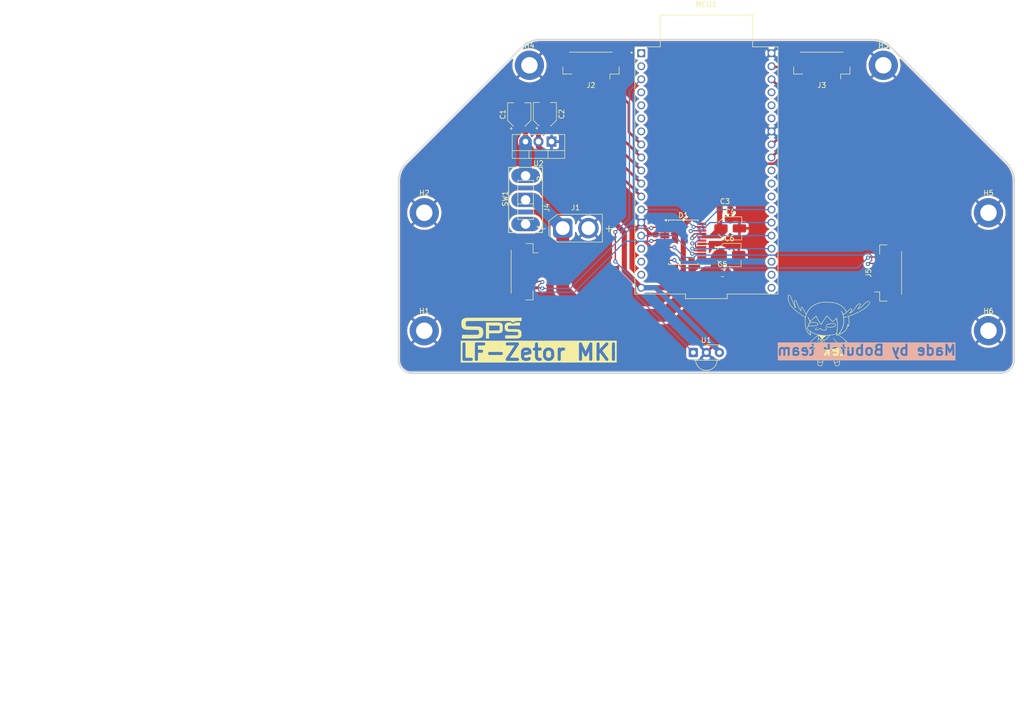
<source format=kicad_pcb>
(kicad_pcb (version 20241229) (generator "pcbnew") (generator_version "9.0")
  (layers (0 "F.Cu" signal) (2 "B.Cu" signal) (13 "F.Paste" user) (15 "B.Paste" user) (5 "F.SilkS" user "F.Silkscreen") (7 "B.SilkS" user "B.Silkscreen") (1 "F.Mask" user) (3 "B.Mask" user) (25 "Edge.Cuts" user))
  (net 0 "")
  (net 1 "GND")
  (net 2 "+5V")
  (net 3 "+12V")
  (net 4 "LM2")
  (net 5 "LM1")
  (net 8 "RM2")
  (net 9 "RM1")
  (net 10 "S_D8")
  (net 11 "S_D1")
  (net 12 "S_D7")
  (net 13 "S_D4")
  (net 14 "S_D6")
  (net 15 "PWM_A")
  (net 16 "S_D3")
  (net 17 "S_D5")
  (net 18 "S_D9")
  (net 19 "D-pin-ESP")
  (net 20 "S_D2")
  (net 21 "PWM_B")
  (net 22 "D.M.C.A.2")
  (net 23 "D.M.C.A.1")
  (net 24 "D.M.C.B.2")
  (net 25 "D.M.C.B.1")
  (footprint "MountingHole:MountingHole_3.2mm_M3_ISO7380_Pad" (layer "F.Cu") (at 204.37 100.775)
    (property "Reference" "H5" (at 0 -3.85 0) (layer "F.SilkS"))
    (property "Value" "MountingHole_Pad")
    (pad "1" thru_hole circle (at 0 0) (size 5.7 5.7) (drill 3.2) (layers "*.Cu" "*.Mask") (net 1 "GND"))
  )
  (footprint "MountingHole:MountingHole_3.2mm_M3_ISO7380_Pad" (layer "F.Cu") (at 94.37 100.775)
    (property "Reference" "H2" (at 0 -3.85 0) (layer "F.SilkS"))
    (property "Value" "MountingHole_Pad")
    (pad "1" thru_hole circle (at 0 0) (size 5.7 5.7) (drill 3.2) (layers "*.Cu" "*.Mask") (net 1 "GND"))
  )
  (footprint "OptoDevice:Vishay_MINICAST-3Pin" (layer "F.Cu") (at 146.829984 128.025)
    (property "Reference" "U1" (at 2.5 -2.4 180) (layer "F.SilkS"))
    (property "Value" "TSOP382xx")
    (pad "1" thru_hole roundrect (at 0 0) (size 1.8 1.8) (drill 0.9) (layers "*.Cu" "*.Mask") (roundrect_rratio 0.139) (net 19 "D-pin-ESP"))
    (pad "2" thru_hole circle (at 2.54 0) (size 1.8 1.8) (drill 0.9) (layers "*.Cu" "*.Mask") (net 1 "GND"))
    (pad "3" thru_hole circle (at 5.08 0) (size 1.8 1.8) (drill 0.9) (layers "*.Cu" "*.Mask") (net 2 "+5V"))
  )
  (footprint "Package_TO_SOT_THT:TO-220-3_Vertical" (layer "F.Cu") (at 119.174479 86.900357 180)
    (property "Reference" "U2" (at 2.54 -4.27 0) (layer "F.SilkS"))
    (property "Value" "LM1086")
    (pad "1" thru_hole rect (at 0 0 180) (size 1.905 2) (drill 1.1) (layers "*.Cu" "*.Mask") (net 1 "GND"))
    (pad "2" thru_hole oval (at 2.54 0 180) (size 1.905 2) (drill 1.1) (layers "*.Cu" "*.Mask") (net 2 "+5V"))
    (pad "3" thru_hole oval (at 5.08 0 180) (size 1.905 2) (drill 1.1) (layers "*.Cu" "*.Mask") (net 3 "+12V"))
  )
  (footprint "Capacitor_SMD:C_0805_2012Metric_Pad1.18x1.45mm_HandSolder" (layer "F.Cu") (at 152.5 112.5)
    (property "Reference" "C5" (at 0 -1.68 0) (layer "F.SilkS"))
    (property "Value" "100nF")
    (pad "1" smd roundrect (at -1.0375 0) (size 1.175 1.45) (layers "F.Cu" "F.Mask" "F.Paste") (roundrect_rratio 0.212766) (net 3 "+12V"))
    (pad "2" smd roundrect (at 1.0375 0) (size 1.175 1.45) (layers "F.Cu" "F.Mask" "F.Paste") (roundrect_rratio 0.212766) (net 1 "GND"))
  )
  (footprint "Capacitor_SMD:CP_Elec_4x5.4" (layer "F.Cu") (at 112.884479 81.595357 90)
    (property "Reference" "C1" (at 0 -3.2 90) (layer "F.SilkS"))
    (property "Value" "10uF")
    (pad "1" smd roundrect (at -1.8 0 90) (size 2.6 1.6) (layers "F.Cu" "F.Mask" "F.Paste") (roundrect_rratio 0.15625) (net 3 "+12V"))
    (pad "2" smd roundrect (at 1.8 0 90) (size 2.6 1.6) (layers "F.Cu" "F.Mask" "F.Paste") (roundrect_rratio 0.15625) (net 1 "GND"))
  )
  (footprint "Capacitor_SMD:CP_Elec_4x5.4" (layer "F.Cu") (at 154.01 103.815)
    (property "Reference" "C4" (at 0 -3.2 0) (layer "F.SilkS"))
    (property "Value" "10uF")
    (pad "1" smd roundrect (at -1.8 0) (size 2.6 1.6) (layers "F.Cu" "F.Mask" "F.Paste") (roundrect_rratio 0.15625) (net 2 "+5V"))
    (pad "2" smd roundrect (at 1.8 0) (size 2.6 1.6) (layers "F.Cu" "F.Mask" "F.Paste") (roundrect_rratio 0.15625) (net 1 "GND"))
  )
  (footprint "lf_zetor_board:MODULE_DEVKIT_V1_ESP32-WROOM-32" (layer "F.Cu") (at 149.37 92.525)
    (property "Reference" "MCU1" (at -0.05 -32.38 0) (layer "F.SilkS"))
    (property "Value" "DEVKIT_V1_ESP32-WROOM-32")
    (pad "1" thru_hole rect (at -12.7 -22.85) (size 1.53 1.53) (drill 1.02) (layers "*.Cu" "*.Mask"))
    (pad "2" thru_hole circle (at -12.7 -20.31) (size 1.53 1.53) (drill 1.02) (layers "*.Cu" "*.Mask"))
    (pad "3" thru_hole circle (at -12.7 -17.77) (size 1.53 1.53) (drill 1.02) (layers "*.Cu" "*.Mask") (net 19 "D-pin-ESP"))
    (pad "4" thru_hole circle (at -12.7 -15.23) (size 1.53 1.53) (drill 1.02) (layers "*.Cu" "*.Mask"))
    (pad "5" thru_hole circle (at -12.7 -12.69) (size 1.53 1.53) (drill 1.02) (layers "*.Cu" "*.Mask"))
    (pad "6" thru_hole circle (at -12.7 -10.15) (size 1.53 1.53) (drill 1.02) (layers "*.Cu" "*.Mask"))
    (pad "7" thru_hole circle (at -12.7 -7.61) (size 1.53 1.53) (drill 1.02) (layers "*.Cu" "*.Mask"))
    (pad "8" thru_hole circle (at -12.7 -5.07) (size 1.53 1.53) (drill 1.02) (layers "*.Cu" "*.Mask") (net 17 "S_D5"))
    (pad "9" thru_hole circle (at -12.7 -2.53) (size 1.53 1.53) (drill 1.02) (layers "*.Cu" "*.Mask") (net 13 "S_D4"))
    (pad "10" thru_hole circle (at -12.7 0.01) (size 1.53 1.53) (drill 1.02) (layers "*.Cu" "*.Mask") (net 16 "S_D3"))
    (pad "11" thru_hole circle (at -12.7 2.55) (size 1.53 1.53) (drill 1.02) (layers "*.Cu" "*.Mask") (net 20 "S_D2"))
    (pad "12" thru_hole circle (at -12.7 5.09) (size 1.53 1.53) (drill 1.02) (layers "*.Cu" "*.Mask") (net 11 "S_D1"))
    (pad "13" thru_hole circle (at -12.7 7.63) (size 1.53 1.53) (drill 1.02) (layers "*.Cu" "*.Mask") (net 15 "PWM_A"))
    (pad "14" thru_hole circle (at -12.7 10.17) (size 1.53 1.53) (drill 1.02) (layers "*.Cu" "*.Mask") (net 1 "GND"))
    (pad "15" thru_hole circle (at -12.7 12.71) (size 1.53 1.53) (drill 1.02) (layers "*.Cu" "*.Mask") (net 21 "PWM_B"))
    (pad "16" thru_hole circle (at -12.7 15.25) (size 1.53 1.53) (drill 1.02) (layers "*.Cu" "*.Mask"))
    (pad "17" thru_hole circle (at -12.7 17.79) (size 1.53 1.53) (drill 1.02) (layers "*.Cu" "*.Mask"))
    (pad "18" thru_hole circle (at -12.7 20.33) (size 1.53 1.53) (drill 1.02) (layers "*.Cu" "*.Mask"))
    (pad "19" thru_hole circle (at -12.7 22.87) (size 1.53 1.53) (drill 1.02) (layers "*.Cu" "*.Mask") (net 2 "+5V"))
    (pad "20" thru_hole circle (at 12.7 22.87) (size 1.53 1.53) (drill 1.02) (layers "*.Cu" "*.Mask"))
    (pad "21" thru_hole circle (at 12.7 20.33) (size 1.53 1.53) (drill 1.02) (layers "*.Cu" "*.Mask"))
    (pad "22" thru_hole circle (at 12.7 17.79) (size 1.53 1.53) (drill 1.02) (layers "*.Cu" "*.Mask"))
    (pad "23" thru_hole circle (at 12.7 15.25) (size 1.53 1.53) (drill 1.02) (layers "*.Cu" "*.Mask") (net 24 "D.M.C.B.2"))
    (pad "24" thru_hole circle (at 12.7 12.71) (size 1.53 1.53) (drill 1.02) (layers "*.Cu" "*.Mask") (net 25 "D.M.C.B.1"))
    (pad "25" thru_hole circle (at 12.7 10.17) (size 1.53 1.53) (drill 1.02) (layers "*.Cu" "*.Mask") (net 23 "D.M.C.A.1"))
    (pad "26" thru_hole circle (at 12.7 7.63) (size 1.53 1.53) (drill 1.02) (layers "*.Cu" "*.Mask") (net 22 "D.M.C.A.2"))
    (pad "27" thru_hole circle (at 12.7 5.09) (size 1.53 1.53) (drill 1.02) (layers "*.Cu" "*.Mask"))
    (pad "28" thru_hole circle (at 12.7 2.55) (size 1.53 1.53) (drill 1.02) (layers "*.Cu" "*.Mask"))
    (pad "29" thru_hole circle (at 12.7 0.01) (size 1.53 1.53) (drill 1.02) (layers "*.Cu" "*.Mask"))
    (pad "30" thru_hole circle (at 12.7 -2.53) (size 1.53 1.53) (drill 1.02) (layers "*.Cu" "*.Mask") (net 18 "S_D9"))
    (pad "31" thru_hole circle (at 12.7 -5.07) (size 1.53 1.53) (drill 1.02) (layers "*.Cu" "*.Mask") (net 10 "S_D8"))
    (pad "32" thru_hole circle (at 12.7 -7.61) (size 1.53 1.53) (drill 1.02) (layers "*.Cu" "*.Mask") (net 1 "GND"))
    (pad "33" thru_hole circle (at 12.7 -10.15) (size 1.53 1.53) (drill 1.02) (layers "*.Cu" "*.Mask"))
    (pad "34" thru_hole circle (at 12.7 -12.69) (size 1.53 1.53) (drill 1.02) (layers "*.Cu" "*.Mask"))
    (pad "35" thru_hole circle (at 12.7 -15.23) (size 1.53 1.53) (drill 1.02) (layers "*.Cu" "*.Mask"))
    (pad "36" thru_hole circle (at 12.7 -17.77) (size 1.53 1.53) (drill 1.02) (layers "*.Cu" "*.Mask") (net 12 "S_D7"))
    (pad "37" thru_hole circle (at 12.7 -20.31) (size 1.53 1.53) (drill 1.02) (layers "*.Cu" "*.Mask") (net 14 "S_D6"))
    (pad "38" thru_hole circle (at 12.7 -22.85) (size 1.53 1.53) (drill 1.02) (layers "*.Cu" "*.Mask") (net 1 "GND"))
  )
  (footprint "lf_zetor_graphic:SHIKANOKO_IMG" (layer "F.Cu") (at 172.972192 122.54899)
    (property "Reference" "G***" (hide yes))
    (property "Value" "LOGO" (hide yes))
  )
  (footprint "MountingHole:MountingHole_3.2mm_M3_ISO7380_Pad" (layer "F.Cu") (at 114.87 72.025)
    (property "Reference" "H4" (at 0 -3.85 0) (layer "F.SilkS"))
    (property "Value" "MountingHole_Pad")
    (pad "1" thru_hole circle (at 0 0) (size 5.7 5.7) (drill 3.2) (layers "*.Cu" "*.Mask") (net 1 "GND"))
  )
  (footprint "Connector_AMASS:AMASS_XT30U-F_1x02_P5.0mm_Vertical" (layer "F.Cu") (at 121.37 103.775)
    (property "Reference" "J1" (at 2.5 -4 0) (layer "F.SilkS"))
    (property "Value" "Conn_01x02_Pin")
    (fp_text user "+" (at 9 0 0) (layer "F.SilkS") (effects (font (size 1.5 1.5))))
    (fp_text user "-" (at -4 0 0) (layer "F.SilkS") (effects (font (size 1.5 1.5))))
    (pad "1" thru_hole roundrect (at 0 0) (size 3.8 3.8) (drill 2.7) (layers "*.Cu" "*.Mask") (roundrect_rratio 0.2) (net 3 "+12V"))
    (pad "2" thru_hole circle (at 5 0) (size 4 4) (drill 2.7) (layers "*.Cu" "*.Mask") (net 1 "GND"))
  )
  (footprint "Connector_JST:JST_GH_SM06B-GHS-TB_1x06-1MP_P1.25mm_Horizontal" (layer "F.Cu") (at 171.87 72.025 180)
    (property "Reference" "J3" (at 0 -3.9 0) (layer "F.SilkS"))
    (property "Value" "Conn_01x06_Pin")
    (pad "1" smd roundrect (at -3.125 -1.85 180) (size 0.6 1.7) (layers "F.Cu" "F.Mask" "F.Paste") (net 2 "+5V"))
    (pad "2" smd roundrect (at -1.875 -1.85 180) (size 0.6 1.7) (layers "F.Cu" "F.Mask" "F.Paste") (net 18 "S_D9"))
    (pad "3" smd roundrect (at -0.625 -1.85 180) (size 0.6 1.7) (layers "F.Cu" "F.Mask" "F.Paste") (net 10 "S_D8"))
    (pad "4" smd roundrect (at 0.625 -1.85 180) (size 0.6 1.7) (layers "F.Cu" "F.Mask" "F.Paste") (net 12 "S_D7"))
    (pad "5" smd roundrect (at 1.875 -1.85 180) (size 0.6 1.7) (layers "F.Cu" "F.Mask" "F.Paste") (net 14 "S_D6"))
    (pad "6" smd roundrect (at 3.125 -1.85 180) (size 0.6 1.7) (layers "F.Cu" "F.Mask" "F.Paste") (net 1 "GND"))
    (pad "MP" smd roundrect (at -4.975 1.35 180) (size 1 2.7) (layers "F.Cu" "F.Mask" "F.Paste"))
    (pad "MP" smd roundrect (at 4.975 1.35 180) (size 1 2.7) (layers "F.Cu" "F.Mask" "F.Paste"))
  )
  (footprint "Capacitor_SMD:CP_Elec_4x5.4" (layer "F.Cu") (at 153.87 109)
    (property "Reference" "C6" (at 0 -3.2 0) (layer "F.SilkS"))
    (property "Value" "10uF")
    (pad "1" smd roundrect (at -1.8 0) (size 2.6 1.6) (layers "F.Cu" "F.Mask" "F.Paste") (roundrect_rratio 0.15625) (net 3 "+12V"))
    (pad "2" smd roundrect (at 1.8 0) (size 2.6 1.6) (layers "F.Cu" "F.Mask" "F.Paste") (roundrect_rratio 0.15625) (net 1 "GND"))
  )
  (footprint "MountingHole:MountingHole_3.2mm_M3_ISO7380_Pad" (layer "F.Cu") (at 183.87 72.025)
    (property "Reference" "H3" (at 0 -3.85 0) (layer "F.SilkS"))
    (property "Value" "MountingHole_Pad")
    (pad "1" thru_hole circle (at 0 0) (size 5.7 5.7) (drill 3.2) (layers "*.Cu" "*.Mask") (net 1 "GND"))
  )
  (footprint "MountingHole:MountingHole_3.2mm_M3_ISO7380_Pad" (layer "F.Cu") (at 204.37 123.775)
    (property "Reference" "H6" (at 0 -3.85 0) (layer "F.SilkS"))
    (property "Value" "MountingHole_Pad")
    (pad "1" thru_hole circle (at 0 0) (size 5.7 5.7) (drill 3.2) (layers "*.Cu" "*.Mask") (net 1 "GND"))
  )
  (footprint "Capacitor_SMD:C_0805_2012Metric_Pad1.18x1.45mm_HandSolder" (layer "F.Cu") (at 153 100.25)
    (property "Reference" "C3" (at 0 -1.68 0) (layer "F.SilkS"))
    (property "Value" "100nF")
    (pad "1" smd roundrect (at -1.0375 0) (size 1.175 1.45) (layers "F.Cu" "F.Mask" "F.Paste") (roundrect_rratio 0.212766) (net 2 "+5V"))
    (pad "2" smd roundrect (at 1.0375 0) (size 1.175 1.45) (layers "F.Cu" "F.Mask" "F.Paste") (roundrect_rratio 0.212766) (net 1 "GND"))
  )
  (footprint "Connector_JST:JST_GH_SM06B-GHS-TB_1x06-1MP_P1.25mm_Horizontal" (layer "F.Cu") (at 113.87 112.275 -90)
    (property "Reference" "J4" (at -12.5 -4.4 90) (layer "F.SilkS"))
    (property "Value" "Conn_01x06_Pin")
    (pad "1" smd roundrect (at -3.125 -1.85 270) (size 0.6 1.7) (layers "F.Cu" "F.Mask" "F.Paste"))
    (pad "2" smd roundrect (at -1.875 -1.85 270) (size 0.6 1.7) (layers "F.Cu" "F.Mask" "F.Paste"))
    (pad "3" smd roundrect (at -0.625 -1.85 270) (size 0.6 1.7) (layers "F.Cu" "F.Mask" "F.Paste"))
    (pad "4" smd roundrect (at 0.625 -1.85 270) (size 0.6 1.7) (layers "F.Cu" "F.Mask" "F.Paste"))
    (pad "5" smd roundrect (at 1.875 -1.85 270) (size 0.6 1.7) (layers "F.Cu" "F.Mask" "F.Paste") (net 4 "LM2"))
    (pad "6" smd roundrect (at 3.125 -1.85 270) (size 0.6 1.7) (layers "F.Cu" "F.Mask" "F.Paste") (net 5 "LM1"))
    (pad "MP" smd roundrect (at -4.975 1.35 270) (size 1 2.7) (layers "F.Cu" "F.Mask" "F.Paste"))
    (pad "MP" smd roundrect (at 4.975 1.35 270) (size 1 2.7) (layers "F.Cu" "F.Mask" "F.Paste"))
  )
  (footprint "lf_zetor_graphic:SPS_LOGO_IMG" (layer "F.Cu") (at 107.25 123)
    (property "Reference" "G***" (hide yes))
    (property "Value" "LOGO" (hide yes))
  )
  (footprint "Capacitor_SMD:CP_Elec_4x5.4" (layer "F.Cu") (at 117.884479 81.545357 90)
    (property "Reference" "C2" (at 0 3.25 90) (layer "F.SilkS"))
    (property "Value" "10uF")
    (pad "1" smd roundrect (at -1.8 0 90) (size 2.6 1.6) (layers "F.Cu" "F.Mask" "F.Paste") (roundrect_rratio 0.15625) (net 2 "+5V"))
    (pad "2" smd roundrect (at 1.8 0 90) (size 2.6 1.6) (layers "F.Cu" "F.Mask" "F.Paste") (roundrect_rratio 0.15625) (net 1 "GND"))
  )
  (footprint "Connector_JST:JST_GH_SM06B-GHS-TB_1x06-1MP_P1.25mm_Horizontal" (layer "F.Cu") (at 184.87 112.525 90)
    (property "Reference" "J5" (at 0 -3.9 90) (layer "F.SilkS"))
    (property "Value" "Conn_01x06_Pin")
    (pad "1" smd roundrect (at -3.125 -1.85 90) (size 0.6 1.7) (layers "F.Cu" "F.Mask" "F.Paste"))
    (pad "2" smd roundrect (at -1.875 -1.85 90) (size 0.6 1.7) (layers "F.Cu" "F.Mask" "F.Paste"))
    (pad "3" smd roundrect (at -0.625 -1.85 90) (size 0.6 1.7) (layers "F.Cu" "F.Mask" "F.Paste"))
    (pad "4" smd roundrect (at 0.625 -1.85 90) (size 0.6 1.7) (layers "F.Cu" "F.Mask" "F.Paste"))
    (pad "5" smd roundrect (at 1.875 -1.85 90) (size 0.6 1.7) (layers "F.Cu" "F.Mask" "F.Paste") (net 8 "RM2"))
    (pad "6" smd roundrect (at 3.125 -1.85 90) (size 0.6 1.7) (layers "F.Cu" "F.Mask" "F.Paste") (net 9 "RM1"))
    (pad "MP" smd roundrect (at -4.975 1.35 90) (size 1 2.7) (layers "F.Cu" "F.Mask" "F.Paste"))
    (pad "MP" smd roundrect (at 4.975 1.35 90) (size 1 2.7) (layers "F.Cu" "F.Mask" "F.Paste"))
  )
  (footprint "Package_SO:SSOP-24_5.3x8.2mm_P0.65mm" (layer "F.Cu") (at 144.87 106.525)
    (property "Reference" "D1" (at 0 -5.25 0) (layer "F.SilkS"))
    (property "Value" "TB6612FNG")
    (pad "1" smd rect (at -3.6 -3.575) (size 1.75 0.45) (layers "F.Cu" "F.Mask" "F.Paste") (net 5 "LM1"))
    (pad "2" smd rect (at -3.6 -2.925) (size 1.75 0.45) (layers "F.Cu" "F.Mask" "F.Paste") (net 5 "LM1"))
    (pad "3" smd rect (at -3.6 -2.275) (size 1.75 0.45) (layers "F.Cu" "F.Mask" "F.Paste") (net 1 "GND"))
    (pad "4" smd rect (at -3.6 -1.625) (size 1.75 0.45) (layers "F.Cu" "F.Mask" "F.Paste") (net 1 "GND"))
    (pad "5" smd rect (at -3.6 -0.975) (size 1.75 0.45) (layers "F.Cu" "F.Mask" "F.Paste") (net 4 "LM2"))
    (pad "6" smd rect (at -3.6 -0.325) (size 1.75 0.45) (layers "F.Cu" "F.Mask" "F.Paste") (net 4 "LM2"))
    (pad "7" smd rect (at -3.6 0.325) (size 1.75 0.45) (layers "F.Cu" "F.Mask" "F.Paste") (net 8 "RM2"))
    (pad "8" smd rect (at -3.6 0.975) (size 1.75 0.45) (layers "F.Cu" "F.Mask" "F.Paste") (net 8 "RM2"))
    (pad "9" smd rect (at -3.6 1.625) (size 1.75 0.45) (layers "F.Cu" "F.Mask" "F.Paste") (net 1 "GND"))
    (pad "10" smd rect (at -3.6 2.275) (size 1.75 0.45) (layers "F.Cu" "F.Mask" "F.Paste") (net 1 "GND"))
    (pad "11" smd rect (at -3.6 2.925) (size 1.75 0.45) (layers "F.Cu" "F.Mask" "F.Paste") (net 9 "RM1"))
    (pad "12" smd rect (at -3.6 3.575) (size 1.75 0.45) (layers "F.Cu" "F.Mask" "F.Paste") (net 9 "RM1"))
    (pad "13" smd rect (at 3.6 3.575) (size 1.75 0.45) (layers "F.Cu" "F.Mask" "F.Paste") (net 3 "+12V"))
    (pad "14" smd rect (at 3.6 2.925) (size 1.75 0.45) (layers "F.Cu" "F.Mask" "F.Paste") (net 3 "+12V"))
    (pad "15" smd rect (at 3.6 2.275) (size 1.75 0.45) (layers "F.Cu" "F.Mask" "F.Paste") (net 21 "PWM_B"))
    (pad "16" smd rect (at 3.6 1.625) (size 1.75 0.45) (layers "F.Cu" "F.Mask" "F.Paste") (net 24 "D.M.C.B.2"))
    (pad "17" smd rect (at 3.6 0.975) (size 1.75 0.45) (layers "F.Cu" "F.Mask" "F.Paste") (net 25 "D.M.C.B.1"))
    (pad "18" smd rect (at 3.6 0.325) (size 1.75 0.45) (layers "F.Cu" "F.Mask" "F.Paste") (net 1 "GND"))
    (pad "19" smd rect (at 3.6 -0.325) (size 1.75 0.45) (layers "F.Cu" "F.Mask" "F.Paste"))
    (pad "20" smd rect (at 3.6 -0.975) (size 1.75 0.45) (layers "F.Cu" "F.Mask" "F.Paste") (net 2 "+5V"))
    (pad "21" smd rect (at 3.6 -1.625) (size 1.75 0.45) (layers "F.Cu" "F.Mask" "F.Paste") (net 23 "D.M.C.A.1"))
    (pad "22" smd rect (at 3.6 -2.275) (size 1.75 0.45) (layers "F.Cu" "F.Mask" "F.Paste") (net 22 "D.M.C.A.2"))
    (pad "23" smd rect (at 3.6 -2.925) (size 1.75 0.45) (layers "F.Cu" "F.Mask" "F.Paste") (net 15 "PWM_A"))
    (pad "24" smd rect (at 3.6 -3.575) (size 1.75 0.45) (layers "F.Cu" "F.Mask" "F.Paste") (net 3 "+12V"))
  )
  (footprint "lf_zetor_board:255SB" (layer "F.Cu") (at 114.12 98.275 90)
    (property "Reference" "SW1" (at 0.25 -4 90) (layer "F.SilkS"))
    (property "Value" "SL19")
    (fp_text user "1" (at -5.207 2.794 90) (layer "F.SilkS"))
    (fp_text user "2" (at 4.191 2.794 90) (layer "F.SilkS"))
    (pad "1" thru_hole oval (at -4.7 0 90) (size 2.775 5.55) (drill 1.85) (layers "*.Cu" "*.Mask"))
    (pad "2" thru_hole oval (at 0 0 90) (size 2.775 5.55) (drill 1.85) (layers "*.Cu" "*.Mask") (net 3 "+12V"))
    (pad "3" thru_hole oval (at 4.7 0 90) (size 2.775 5.55) (drill 1.85) (layers "*.Cu" "*.Mask") (net 3 "+12V"))
  )
  (footprint "Connector_JST:JST_GH_SM06B-GHS-TB_1x06-1MP_P1.25mm_Horizontal" (layer "F.Cu") (at 126.87 72.025 180)
    (property "Reference" "J2" (at 0 -3.9 0) (layer "F.SilkS"))
    (property "Value" "Conn_01x06_Pin")
    (pad "1" smd roundrect (at -3.125 -1.85 180) (size 0.6 1.7) (layers "F.Cu" "F.Mask" "F.Paste") (net 17 "S_D5"))
    (pad "2" smd roundrect (at -1.875 -1.85 180) (size 0.6 1.7) (layers "F.Cu" "F.Mask" "F.Paste") (net 13 "S_D4"))
    (pad "3" smd roundrect (at -0.625 -1.85 180) (size 0.6 1.7) (layers "F.Cu" "F.Mask" "F.Paste") (net 16 "S_D3"))
    (pad "4" smd roundrect (at 0.625 -1.85 180) (size 0.6 1.7) (layers "F.Cu" "F.Mask" "F.Paste") (net 20 "S_D2"))
    (pad "5" smd roundrect (at 1.875 -1.85 180) (size 0.6 1.7) (layers "F.Cu" "F.Mask" "F.Paste") (net 11 "S_D1"))
    (pad "6" smd roundrect (at 3.125 -1.85 180) (size 0.6 1.7) (layers "F.Cu" "F.Mask" "F.Paste") (net 1 "GND"))
    (pad "MP" smd roundrect (at -4.975 1.35 180) (size 1 2.7) (layers "F.Cu" "F.Mask" "F.Paste"))
    (pad "MP" smd roundrect (at 4.975 1.35 180) (size 1 2.7) (layers "F.Cu" "F.Mask" "F.Paste"))
  )
  (footprint "MountingHole:MountingHole_3.2mm_M3_ISO7380_Pad" (layer "F.Cu") (at 94.37 123.775)
    (property "Reference" "H1" (at 0 -3.85 0) (layer "F.SilkS"))
    (property "Value" "MountingHole_Pad")
    (pad "1" thru_hole circle (at 0 0) (size 5.7 5.7) (drill 3.2) (layers "*.Cu" "*.Mask") (net 1 "GND"))
  )
  (gr_arc (start 113.40555 68.48945) (mid 115.027649 67.405592) (end 116.941068 67.025) (stroke (width 0.3)) (layer "Edge.Cuts"))
  (gr_line (start 209.37 94.596068) (end 209.37 129.525) (stroke (width 0.3)) (layer "Edge.Cuts"))
  (gr_arc (start 181.7989 67.025) (mid 183.712342 67.405613) (end 185.347967 68.502967) (stroke (width 0.3)) (layer "Edge.Cuts"))
  (gr_line (start 90.83451 91.06049) (end 113.40555 68.48945) (stroke (width 0.3)) (layer "Edge.Cuts"))
  (gr_line (start 185.347967 68.502967) (end 207.90555 91.06055) (stroke (width 0.3)) (layer "Edge.Cuts"))
  (gr_arc (start 89.37 94.59613) (mid 89.750613 92.682658) (end 90.83451 91.06049) (stroke (width 0.3)) (layer "Edge.Cuts"))
  (gr_arc (start 207.90555 91.06055) (mid 208.989408 92.682649) (end 209.37 94.596068) (stroke (width 0.3)) (layer "Edge.Cuts"))
  (gr_arc (start 209.37 129.525) (mid 208.637767 131.292767) (end 206.87 132.025) (stroke (width 0.3)) (layer "Edge.Cuts"))
  (gr_line (start 116.941068 67.025) (end 181.7989 67.025) (stroke (width 0.3)) (layer "Edge.Cuts"))
  (gr_arc (start 91.87 132.025) (mid 90.102233 131.292767) (end 89.37 129.525) (stroke (width 0.3)) (layer "Edge.Cuts"))
  (gr_line (start 206.87 132.025) (end 91.87 132.025) (stroke (width 0.3)) (layer "Edge.Cuts"))
  (gr_line (start 89.37 129.525) (end 89.37 94.59613) (stroke (width 0.3)) (layer "Edge.Cuts"))
  (gr_text "LF-Zetor MKI" (at 101 129.75 0) (layer "F.SilkS" knockout) (effects (font (size 3 3) (thickness 0.6) (bold yes)) (justify left bottom)))
  (gr_text "Made by Bobutek team" (at 198.25 128.75 0) (layer "B.SilkS" knockout) (effects (font (size 2 2) (thickness 0.4) (bold yes)) (justify left bottom mirror)))
  (segment (start 137.98164 104.16336) (end 137.894 104.251) (width 0.25) (layer "F.Cu") (net 1))
  (segment (start 136.67 102.85172) (end 136.67 102.695) (width 0.25) (layer "F.Cu") (net 1))
  (segment (start 141.27 108.15) (end 141.27 108.8) (width 0.25) (layer "F.Cu") (net 1))
  (segment (start 148.47 106.85) (end 153.52 106.85) (width 0.25) (layer "F.Cu") (net 1))
  (segment (start 137.894 106.57572) (end 139.46828 108.15) (width 0.25) (layer "F.Cu") (net 1))
  (segment (start 141.27 104.9) (end 138.71828 104.9) (width 0.25) (layer "F.Cu") (net 1))
  (segment (start 137.98164 104.16336) (end 136.67 102.85172) (width 0.25) (layer "F.Cu") (net 1))
  (segment (start 138.71828 104.9) (end 137.98164 104.16336) (width 0.25) (layer "F.Cu") (net 1))
  (segment (start 153.52 106.85) (end 155.67 109) (width 0.25) (layer "F.Cu") (net 1))
  (segment (start 141.27 104.25) (end 141.27 104.9) (width 0.25) (layer "F.Cu") (net 1))
  (segment (start 137.894 104.251) (end 137.894 106.57572) (width 0.25) (layer "F.Cu") (net 1))
  (segment (start 139.46828 108.15) (end 141.27 108.15) (width 0.25) (layer "F.Cu") (net 1))
  (segment (start 116.634479 86.900357) (end 116.634479 84.595357) (width 1) (layer "F.Cu") (net 2))
  (segment (start 116.634479 87.884479) (end 133.37 104.62) (width 1) (layer "F.Cu") (net 2))
  (segment (start 152 100.2125) (end 151.9625 100.25) (width 0.2) (layer "F.Cu") (net 2))
  (segment (start 159.539 91.211) (end 162.573684 91.211) (width 0.5) (layer "F.Cu") (net 2))
  (segment (start 151.9625 103.5675) (end 152.21 103.815) (width 1) (layer "F.Cu") (net 2))
  (segment (start 152 103.605) (end 152.22 103.825) (width 1) (layer "F.Cu") (net 2))
  (segment (start 152 98.75) (end 152 100.2125) (width 1) (layer "F.Cu") (net 2))
  (segment (start 116.634479 86.900357) (end 116.634479 87.884479) (width 1) (layer "F.Cu") (net 2))
  (segment (start 136.67 115.395) (end 141.5 115.395) (width 1) (layer "F.Cu") (net 2))
  (segment (start 116.634479 84.595357) (end 117.884479 83.345357) (width 1) (layer "F.Cu") (net 2))
  (segment (start 152 98.75) (end 159.539 91.211) (width 0.5) (layer "F.Cu") (net 2))
  (segment (start 144.87 103.275) (end 149.395 98.75) (width 1) (layer "F.Cu") (net 2))
  (segment (start 162.573684 91.211) (end 174.995 78.789684) (width 0.5) (layer "F.Cu") (net 2))
  (segment (start 149.395 98.75) (end 152 98.75) (width 1) (layer "F.Cu") (net 2))
  (segment (start 174.995 78.789684) (end 174.995 73.875) (width 0.5) (layer "F.Cu") (net 2))
  (segment (start 133.37 104.62) (end 133.37 112.095) (width 1) (layer "F.Cu") (net 2))
  (segment (start 151.9625 100.25) (end 151.9625 103.5675) (width 1) (layer "F.Cu") (net 2))
  (segment (start 133.37 112.095) (end 136.67 115.395) (width 1) (layer "F.Cu") (net 2))
  (segment (start 144.87 112.025) (end 144.87 103.275) (width 1) (layer "F.Cu") (net 2))
  (segment (start 141.5 115.395) (end 144.87 112.025) (width 1) (layer "F.Cu") (net 2))
  (segment (start 139.49 115.395) (end 151.909984 127.814984) (width 1) (layer "B.Cu") (net 2))
  (segment (start 136.67 115.395) (end 139.49 115.395) (width 1) (layer "B.Cu") (net 2))
  (segment (start 151.909984 127.814984) (end 151.909984 128.025) (width 1) (layer "B.Cu") (net 2))
  (segment (start 126.37 120.775) (end 141.12 120.775) (width 2.5) (layer "F.Cu") (net 3))
  (segment (start 151.4625 112.5) (end 151.4625 109.6075) (width 2.5) (layer "F.Cu") (net 3))
  (segment (start 149.395 112.5) (end 151.4625 112.5) (width 2.5) (layer "F.Cu") (net 3))
  (segment (start 151.4625 109.6075) (end 152.07 109) (width 2.5) (layer "F.Cu") (net 3))
  (segment (start 150.97 110.1) (end 151.4625 109.6075) (width 1) (layer "F.Cu") (net 3))
  (segment (start 121.37 103.775) (end 121.37 115.775) (width 2.5) (layer "F.Cu") (net 3))
  (segment (start 141.12 120.775) (end 149.395 112.5) (width 2.5) (layer "F.Cu") (net 3))
  (segment (start 148.47 110.1) (end 150.97 110.1) (width 1) (layer "F.Cu") (net 3))
  (segment (start 114.094479 86.900357) (end 114.094479 84.605357) (width 1) (layer "F.Cu") (net 3))
  (segment (start 114.094479 84.605357) (end 112.884479 83.395357) (width 1) (layer "F.Cu") (net 3))
  (segment (start 121.37 115.775) (end 126.37 120.775) (width 2.5) (layer "F.Cu") (net 3))
  (segment (start 115.87 98.275) (end 114.12 98.275) (width 2.5) (layer "B.Cu") (net 3))
  (segment (start 116.62 98.275) (end 114.12 98.275) (width 0.25) (layer "B.Cu") (net 3))
  (segment (start 121.37 103.775) (end 115.87 98.275) (width 2.5) (layer "B.Cu") (net 3))
  (segment (start 114.12 93.575) (end 114.094479 93.549479) (width 2.5) (layer "B.Cu") (net 3))
  (segment (start 114.094479 93.549479) (end 114.094479 86.900357) (width 2.5) (layer "B.Cu") (net 3))
  (segment (start 141.27 106.2) (end 141.27 105.55) (width 0.25) (layer "F.Cu") (net 4))
  (segment (start 115.72 114.15) (end 117.245 114.15) (width 0.25) (layer "F.Cu") (net 4))
  (segment (start 138.695 106.2) (end 141.27 106.2) (width 0.25) (layer "F.Cu") (net 4))
  (segment (start 117.245 114.15) (end 117.37 114.275) (width 0.25) (layer "F.Cu") (net 4))
  (segment (start 138.62 106.275) (end 138.695 106.2) (width 0.25) (layer "F.Cu") (net 4))
  (via (at 138.62 106.275) (size 0.8) (drill 0.4) (layers "F.Cu" "B.Cu") (net 4))
  (via (at 117.37 114.275) (size 0.8) (drill 0.4) (layers "F.Cu" "B.Cu") (net 4))
  (segment (start 117.37 114.275) (end 116.644 115.001) (width 0.25) (layer "B.Cu") (net 4))
  (segment (start 123.644 116.251) (end 133.569 106.326) (width 0.25) (layer "B.Cu") (net 4))
  (segment (start 117.06928 116.251) (end 123.644 116.251) (width 0.25) (layer "B.Cu") (net 4))
  (segment (start 116.644 115.82572) (end 117.06928 116.251) (width 0.25) (layer "B.Cu") (net 4))
  (segment (start 133.569 106.326) (end 138.569 106.326) (width 0.25) (layer "B.Cu") (net 4))
  (segment (start 116.644 115.001) (end 116.644 115.82572) (width 0.25) (layer "B.Cu") (net 4))
  (segment (start 138.569 106.326) (end 138.62 106.275) (width 0.25) (layer "B.Cu") (net 4))
  (segment (start 138.62 103.775) (end 138.795 103.6) (width 0.25) (layer "F.Cu") (net 5))
  (segment (start 117.245 115.4) (end 117.37 115.525) (width 0.25) (layer "F.Cu") (net 5))
  (segment (start 138.795 103.6) (end 141.27 103.6) (width 0.25) (layer "F.Cu") (net 5))
  (segment (start 141.27 103.6) (end 141.27 102.95) (width 0.25) (layer "F.Cu") (net 5))
  (segment (start 115.72 115.4) (end 117.245 115.4) (width 0.25) (layer "F.Cu") (net 5))
  (via (at 117.37 115.525) (size 0.8) (drill 0.4) (layers "F.Cu" "B.Cu") (net 5))
  (via (at 138.62 103.775) (size 0.8) (drill 0.4) (layers "F.Cu" "B.Cu") (net 5))
  (segment (start 134.609 103.786) (end 138.609 103.786) (width 0.25) (layer "B.Cu") (net 5))
  (segment (start 138.609 103.786) (end 138.62 103.775) (width 0.25) (layer "B.Cu") (net 5))
  (segment (start 117.37 115.525) (end 122.87 115.525) (width 0.25) (layer "B.Cu") (net 5))
  (segment (start 122.87 115.525) (end 134.609 103.786) (width 0.25) (layer "B.Cu") (net 5))
  (segment (start 180.995 110.65) (end 180.87 110.775) (width 0.25) (layer "F.Cu") (net 8))
  (segment (start 141.27 107.5) (end 141.27 106.85) (width 0.25) (layer "F.Cu") (net 8))
  (segment (start 143.12 107.525) (end 141.295 107.525) (width 0.25) (layer "F.Cu") (net 8))
  (segment (start 183.02 110.65) (end 180.995 110.65) (width 0.25) (layer "F.Cu") (net 8))
  (segment (start 141.295 107.525) (end 141.27 107.5) (width 0.25) (layer "F.Cu") (net 8))
  (via (at 180.87 110.775) (size 0.8) (drill 0.4) (layers "F.Cu" "B.Cu") (net 8))
  (via (at 143.12 107.525) (size 0.8) (drill 0.4) (layers "F.Cu" "B.Cu") (net 8))
  (segment (start 147.39672 109.025) (end 146.92072 109.501) (width 0.25) (layer "B.Cu") (net 8))
  (segment (start 181.596 110.049) (end 181.596 109.22428) (width 0.25) (layer "B.Cu") (net 8))
  (segment (start 181.17072 108.799) (end 180.346 108.799) (width 0.25) (layer "B.Cu") (net 8))
  (segment (start 145.096 109.501) (end 143.12 107.525) (width 0.25) (layer "B.Cu") (net 8))
  (segment (start 180.346 108.799) (end 180.12 109.025) (width 0.25) (layer "B.Cu") (net 8))
  (segment (start 181.596 109.22428) (end 181.17072 108.799) (width 0.25) (layer "B.Cu") (net 8))
  (segment (start 180.12 109.025) (end 147.39672 109.025) (width 0.25) (layer "B.Cu") (net 8))
  (segment (start 180.87 110.775) (end 181.596 110.049) (width 0.25) (layer "B.Cu") (net 8))
  (segment (start 146.92072 109.501) (end 145.096 109.501) (width 0.25) (layer "B.Cu") (net 8))
  (segment (start 183.02 109.4) (end 180.995 109.4) (width 0.25) (layer "F.Cu") (net 9))
  (segment (start 141.345 110.025) (end 141.27 110.1) (width 0.25) (layer "F.Cu") (net 9))
  (segment (start 143.12 110.025) (end 141.345 110.025) (width 0.25) (layer "F.Cu") (net 9))
  (segment (start 141.27 110.1) (end 141.27 109.45) (width 0.25) (layer "F.Cu") (net 9))
  (segment (start 143.12 110.025) (end 142.945 110.2) (width 0.25) (layer "F.Cu") (net 9))
  (segment (start 180.995 109.4) (end 180.87 109.525) (width 0.25) (layer "F.Cu") (net 9))
  (via (at 180.87 109.525) (size 0.8) (drill 0.4) (layers "F.Cu" "B.Cu") (net 9))
  (via (at 143.12 110.025) (size 0.8) (drill 0.4) (layers "F.Cu" "B.Cu") (net 9))
  (segment (start 143.12 110.025) (end 144.62 111.525) (width 0.25) (layer "B.Cu") (net 9))
  (segment (start 178.87 111.525) (end 180.87 109.525) (width 0.25) (layer "B.Cu") (net 9))
  (segment (start 144.62 111.525) (end 178.87 111.525) (width 0.25) (layer "B.Cu") (net 9))
  (segment (start 162.19 87.455) (end 172.495 77.15) (width 0.5) (layer "F.Cu") (net 10))
  (segment (start 162.07 87.455) (end 162.19 87.455) (width 0.5) (layer "F.Cu") (net 10))
  (segment (start 172.495 77.15) (end 172.495 73.875) (width 0.5) (layer "F.Cu") (net 10))
  (segment (start 136.67 97.615) (end 129.25 90.195) (width 0.5) (layer "F.Cu") (net 11))
  (segment (start 129.25 90.195) (end 129.25 79.5) (width 0.5) (layer "F.Cu") (net 11))
  (segment (start 129.25 79.5) (end 124.995 75.245) (width 0.5) (layer "F.Cu") (net 11))
  (segment (start 124.995 75.245) (end 124.995 73.875) (width 0.5) (layer "F.Cu") (net 11))
  (segment (start 170.194999 75.775) (end 163.09 75.775) (width 0.5) (layer "F.Cu") (net 12))
  (segment (start 171.245 73.875) (end 171.245 74.724999) (width 0.5) (layer "F.Cu") (net 12))
  (segment (start 163.09 75.775) (end 162.07 74.755) (width 0.5) (layer "F.Cu") (net 12))
  (segment (start 171.245 74.724999) (end 170.194999 75.775) (width 0.5) (layer "F.Cu") (net 12))
  (segment (start 128.745 74.28781) (end 128.745 73.875) (width 0.25) (layer "F.Cu") (net 13))
  (segment (start 128.745 75.245) (end 133 79.5) (width 0.5) (layer "F.Cu") (net 13))
  (segment (start 133 86.325) (end 136.67 89.995) (width 0.5) (layer "F.Cu") (net 13))
  (segment (start 128.745 73.875) (end 128.745 75.245) (width 0.5) (layer "F.Cu") (net 13))
  (segment (start 133 79.5) (end 133 86.325) (width 0.5) (layer "F.Cu") (net 13))
  (segment (start 162.554 72.699) (end 162.07 72.215) (width 0.25) (layer "F.Cu") (net 14))
  (segment (start 162.225562 72.370562) (end 162.07 72.215) (width 0.5) (layer "F.Cu") (net 14))
  (segment (start 169.995 73.875) (end 169.995 72.9) (width 0.5) (layer "F.Cu") (net 14))
  (segment (start 169.465562 72.370562) (end 162.225562 72.370562) (width 0.5) (layer "F.Cu") (net 14))
  (segment (start 169.995 72.9) (end 169.465562 72.370562) (width 0.5) (layer "F.Cu") (net 14))
  (segment (start 148.395 103.525) (end 148.47 103.6) (width 0.25) (layer "F.Cu") (net 15))
  (segment (start 146.87 103.525) (end 148.395 103.525) (width 0.25) (layer "F.Cu") (net 15))
  (via (at 146.87 103.525) (size 0.8) (drill 0.4) (layers "F.Cu" "B.Cu") (net 15))
  (segment (start 136.67 100.155) (end 143.5 100.155) (width 0.25) (layer "B.Cu") (net 15))
  (segment (start 143.5 100.155) (end 146.87 103.525) (width 0.25) (layer "B.Cu") (net 15))
  (segment (start 127.495 75.245) (end 131.75 79.5) (width 0.5) (layer "F.Cu") (net 16))
  (segment (start 131.75 79.5) (end 131.75 87.615) (width 0.5) (layer "F.Cu") (net 16))
  (segment (start 127.495 73.875) (end 127.495 75.245) (width 0.5) (layer "F.Cu") (net 16))
  (segment (start 131.75 87.615) (end 136.67 92.535) (width 0.5) (layer "F.Cu") (net 16))
  (segment (start 134.25 79.5) (end 134.25 85.035) (width 0.5) (layer "F.Cu") (net 17))
  (segment (start 129.995 75.245) (end 134.25 79.5) (width 0.5) (layer "F.Cu") (net 17))
  (segment (start 129.995 73.875) (end 129.995 75.245) (width 0.5) (layer "F.Cu") (net 17))
  (segment (start 134.25 85.035) (end 136.67 87.455) (width 0.5) (layer "F.Cu") (net 17))
  (segment (start 173.745 78.32) (end 162.07 89.995) (width 0.5) (layer "F.Cu") (net 18))
  (segment (start 173.745 73.875) (end 173.745 78.32) (width 0.5) (layer "F.Cu") (net 18))
  (segment (start 131.62 110.275) (end 131.62 104.525) (width 0.25) (layer "F.Cu") (net 19))
  (via (at 131.62 104.525) (size 0.8) (drill 0.4) (layers "F.Cu" "B.Cu") (net 19))
  (via (at 131.62 110.275) (size 0.8) (drill 0.4) (layers "F.Cu" "B.Cu") (net 19))
  (segment (start 146.829984 128.025) (end 146.37 128.025) (width 0.25) (layer "B.Cu") (net 19))
  (segment (start 134.37 77.055) (end 136.67 74.755) (width 0.25) (layer "B.Cu") (net 19))
  (segment (start 135.579 116.774016) (end 135.579 114.234) (width 0.25) (layer "B.Cu") (net 19))
  (segment (start 134.37 101.775) (end 134.37 77.055) (width 0.25) (layer "B.Cu") (net 19))
  (segment (start 135.579 114.234) (end 131.62 110.275) (width 0.25) (layer "B.Cu") (net 19))
  (segment (start 131.62 104.525) (end 134.37 101.775) (width 0.25) (layer "B.Cu") (net 19))
  (segment (start 146.829984 128.025) (end 135.579 116.774016) (width 0.25) (layer "B.Cu") (net 19))
  (segment (start 126.245 75.245) (end 126.245 73.875) (width 0.5) (layer "F.Cu") (net 20))
  (segment (start 130.5 88.905) (end 130.5 79.5) (width 0.5) (layer "F.Cu") (net 20))
  (segment (start 130.5 79.5) (end 126.245 75.245) (width 0.5) (layer "F.Cu") (net 20))
  (segment (start 136.67 95.075) (end 130.5 88.905) (width 0.5) (layer "F.Cu") (net 20))
  (segment (start 148.445 108.775) (end 148.47 108.8) (width 0.25) (layer "F.Cu") (net 21))
  (segment (start 146.62 108.775) (end 148.445 108.775) (width 0.25) (layer "F.Cu") (net 21))
  (via (at 146.62 108.775) (size 0.8) (drill 0.4) (layers "F.Cu" "B.Cu") (net 21))
  (segment (start 143.08 105.235) (end 146.62 108.775) (width 0.25) (layer "B.Cu") (net 21))
  (segment (start 136.67 105.235) (end 143.08 105.235) (width 0.25) (layer "B.Cu") (net 21))
  (segment (start 146.397351 104.275) (end 148.445 104.275) (width 0.25) (layer "F.Cu") (net 22))
  (segment (start 148.445 104.275) (end 148.47 104.25) (width 0.25) (layer "F.Cu") (net 22))
  (segment (start 146.315298 104.357053) (end 146.397351 104.275) (width 0.25) (layer "F.Cu") (net 22))
  (via (at 146.315298 104.357053) (size 0.8) (drill 0.4) (layers "F.Cu" "B.Cu") (net 22))
  (segment (start 146.397351 104.275) (end 147.62 104.275) (width 0.25) (layer "B.Cu") (net 22))
  (segment (start 147.62 104.275) (end 151.74 100.155) (width 0.25) (layer "B.Cu") (net 22))
  (segment (start 151.74 100.155) (end 162.07 100.155) (width 0.25) (layer "B.Cu") (net 22))
  (segment (start 146.315298 104.357053) (end 146.397351 104.275) (width 0.25) (layer "B.Cu") (net 22))
  (segment (start 146.995 104.9) (end 148.47 104.9) (width 0.25) (layer "F.Cu") (net 23))
  (segment (start 146.605119 105.747562) (end 146.605119 105.289881) (width 0.25) (layer "F.Cu") (net 23))
  (segment (start 146.605119 105.289881) (end 146.995 104.9) (width 0.25) (layer "F.Cu") (net 23))
  (via (at 146.605119 105.747562) (size 0.8) (drill 0.4) (layers "F.Cu" "B.Cu") (net 23))
  (segment (start 146.632557 105.775) (end 146.965176 105.775) (width 0.25) (layer "B.Cu") (net 23))
  (segment (start 146.965176 105.775) (end 150.045176 102.695) (width 0.25) (layer "B.Cu") (net 23))
  (segment (start 146.605119 105.747562) (end 146.632557 105.775) (width 0.25) (layer "B.Cu") (net 23))
  (segment (start 150.045176 102.695) (end 162.07 102.695) (width 0.25) (layer "B.Cu") (net 23))
  (segment (start 147.020306 108.15) (end 148.47 108.15) (width 0.25) (layer "F.Cu") (net 24))
  (segment (start 146.632653 107.762347) (end 147.020306 108.15) (width 0.25) (layer "F.Cu") (net 24))
  (via (at 146.632653 107.762347) (size 0.8) (drill 0.4) (layers "F.Cu" "B.Cu") (net 24))
  (segment (start 146.645306 107.775) (end 146.632653 107.762347) (width 0.25) (layer "B.Cu") (net 24))
  (segment (start 162.07 107.775) (end 146.645306 107.775) (width 0.25) (layer "B.Cu") (net 24))
  (segment (start 147.368 107.5) (end 148.47 107.5) (width 0.25) (layer "F.Cu") (net 25))
  (segment (start 147.269 107.401) (end 147.368 107.5) (width 0.25) (layer "F.Cu") (net 25))
  (segment (start 147.107492 106.762492) (end 147.269 106.924) (width 0.25) (layer "F.Cu") (net 25))
  (segment (start 147.269 106.924) (end 147.269 107.401) (width 0.25) (layer "F.Cu") (net 25))
  (segment (start 146.615495 106.762492) (end 147.107492 106.762492) (width 0.25) (layer "F.Cu") (net 25))
  (via (at 146.615495 106.762492) (size 0.8) (drill 0.4) (layers "F.Cu" "B.Cu") (net 25))
  (segment (start 147.092508 106.762492) (end 146.615495 106.762492) (width 0.25) (layer "B.Cu") (net 25))
  (segment (start 162.07 105.235) (end 148.62 105.235) (width 0.25) (layer "B.Cu") (net 25))
  (segment (start 148.62 105.235) (end 147.092508 106.762492) (width 0.25) (layer "B.Cu") (net 25))
  (zone (net 2) (net_name "+5V") (layer "F.Cu") (priority 4) (connect_pads yes (clearance 0.1)) (min_thickness 0.25) (fill yes (thermal_gap 0.5) (thermal_bridge_width 0.5))
    (polygon (pts (xy 148.91 105.335) (xy 149.74 105.335) (xy 150.94 104.135) (xy 153.34 104.135) (xy 153.46 104.1575) (xy 153.46 104.525) (xy 152.21 105.775) (xy 148.91 105.775) (xy 148.9 105.765) (xy 148.9 105.695) (xy 148.92 105.675) (xy 148.91 105.665)))
  )
  (zone (net 1) (net_name "GND") (layers "F.Cu" "B.Cu") (connect_pads (clearance 0.5)) (min_thickness 0.25) (fill yes (thermal_gap 0.5) (thermal_bridge_width 0.5))
    (polygon (pts (xy 88.87 132.275) (xy 88.87 91.775) (xy 114.87 66.275) (xy 185.12 66.775) (xy 209.87 91.775) (xy 209.87 132.525)))
  )
)
</source>
